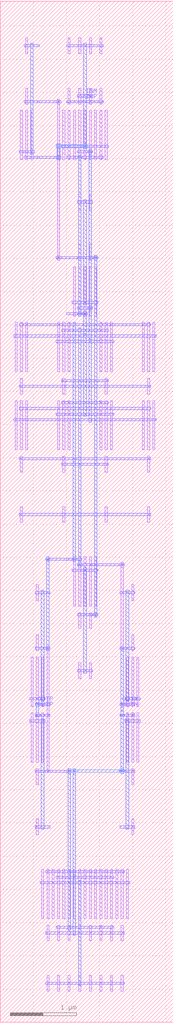
<source format=lef>
MACRO COMP_GM_STAGE_0415
  ORIGIN 0 0 ;
  FOREIGN COMP_GM_STAGE_0415 0 0 ;
  SIZE 2.612 BY 15.372 ;
  PIN OUTP
    DIRECTION INOUT ;
    USE SIGNAL ;
    PORT 
      LAYER M2 ;
        RECT 0.524 4.604 0.756 4.636 ;
      LAYER M2 ;
        RECT 0.524 4.772 0.756 4.804 ;
      LAYER M2 ;
        RECT 0.524 4.604 0.596 4.636 ;
      LAYER M3 ;
        RECT 0.54 4.599 0.58 4.809 ;
      LAYER M2 ;
        RECT 0.524 4.772 0.596 4.804 ;
    END
  END OUTP
  PIN OUTM
    DIRECTION INOUT ;
    USE SIGNAL ;
    PORT 
      LAYER M2 ;
        RECT 1.804 4.604 2.036 4.636 ;
      LAYER M2 ;
        RECT 1.804 4.772 2.036 4.804 ;
      LAYER M2 ;
        RECT 1.804 4.604 1.876 4.636 ;
      LAYER M1 ;
        RECT 1.824 4.614 1.856 4.794 ;
      LAYER M2 ;
        RECT 1.804 4.772 1.876 4.804 ;
    END
  END OUTM
  PIN INP
    DIRECTION INOUT ;
    USE SIGNAL ;
    PORT 
      LAYER M2 ;
        RECT 1.004 13.844 1.556 13.876 ;
    END
  END INP
  PIN INM
    DIRECTION INOUT ;
    USE SIGNAL ;
    PORT 
      LAYER M2 ;
        RECT 1.164 13.928 1.396 13.96 ;
    END
  END INM
  OBS 
  LAYER M3 ;
        RECT 1.02 1.392 1.06 2.304 ;
  LAYER M2 ;
        RECT 0.524 3.764 0.756 3.796 ;
  LAYER M2 ;
        RECT 0.524 5.612 0.756 5.644 ;
  LAYER M2 ;
        RECT 0.684 3.764 0.756 3.796 ;
  LAYER M1 ;
        RECT 0.704 3.78 0.736 5.628 ;
  LAYER M2 ;
        RECT 0.684 5.612 0.756 5.644 ;
  LAYER M2 ;
        RECT 1.004 6.956 1.236 6.988 ;
  LAYER M3 ;
        RECT 1.1 8.448 1.14 10.536 ;
  LAYER M3 ;
        RECT 1.02 2.268 1.06 3.78 ;
  LAYER M2 ;
        RECT 0.72 3.764 1.04 3.796 ;
  LAYER M2 ;
        RECT 0.684 5.612 0.756 5.644 ;
  LAYER M3 ;
        RECT 0.7 5.628 0.74 6.972 ;
  LAYER M2 ;
        RECT 0.72 6.956 1.04 6.988 ;
  LAYER M2 ;
        RECT 1.084 6.956 1.156 6.988 ;
  LAYER M3 ;
        RECT 1.1 6.972 1.14 8.484 ;
  LAYER M2 ;
        RECT 1.004 3.764 1.076 3.796 ;
  LAYER M3 ;
        RECT 1.02 3.744 1.06 3.816 ;
  LAYER M2 ;
        RECT 1.004 3.764 1.076 3.796 ;
  LAYER M3 ;
        RECT 1.02 3.744 1.06 3.816 ;
  LAYER M2 ;
        RECT 0.684 5.612 0.756 5.644 ;
  LAYER M3 ;
        RECT 0.7 5.592 0.74 5.664 ;
  LAYER M2 ;
        RECT 0.684 6.956 0.756 6.988 ;
  LAYER M3 ;
        RECT 0.7 6.936 0.74 7.008 ;
  LAYER M2 ;
        RECT 1.004 3.764 1.076 3.796 ;
  LAYER M3 ;
        RECT 1.02 3.744 1.06 3.816 ;
  LAYER M2 ;
        RECT 0.684 5.612 0.756 5.644 ;
  LAYER M3 ;
        RECT 0.7 5.592 0.74 5.664 ;
  LAYER M2 ;
        RECT 0.684 6.956 0.756 6.988 ;
  LAYER M3 ;
        RECT 0.7 6.936 0.74 7.008 ;
  LAYER M2 ;
        RECT 1.004 3.764 1.076 3.796 ;
  LAYER M3 ;
        RECT 1.02 3.744 1.06 3.816 ;
  LAYER M2 ;
        RECT 0.684 5.612 0.756 5.644 ;
  LAYER M3 ;
        RECT 0.7 5.592 0.74 5.664 ;
  LAYER M2 ;
        RECT 0.684 6.956 0.756 6.988 ;
  LAYER M3 ;
        RECT 0.7 6.936 0.74 7.008 ;
  LAYER M2 ;
        RECT 1.004 3.764 1.076 3.796 ;
  LAYER M3 ;
        RECT 1.02 3.744 1.06 3.816 ;
  LAYER M2 ;
        RECT 1.084 6.956 1.156 6.988 ;
  LAYER M3 ;
        RECT 1.1 6.936 1.14 7.008 ;
  LAYER M2 ;
        RECT 0.684 5.612 0.756 5.644 ;
  LAYER M3 ;
        RECT 0.7 5.592 0.74 5.664 ;
  LAYER M2 ;
        RECT 0.684 6.956 0.756 6.988 ;
  LAYER M3 ;
        RECT 0.7 6.936 0.74 7.008 ;
  LAYER M2 ;
        RECT 1.004 3.764 1.076 3.796 ;
  LAYER M3 ;
        RECT 1.02 3.744 1.06 3.816 ;
  LAYER M2 ;
        RECT 1.084 6.956 1.156 6.988 ;
  LAYER M3 ;
        RECT 1.1 6.936 1.14 7.008 ;
  LAYER M3 ;
        RECT 1.1 1.308 1.14 2.22 ;
  LAYER M2 ;
        RECT 1.804 3.764 2.036 3.796 ;
  LAYER M2 ;
        RECT 1.804 5.612 2.036 5.644 ;
  LAYER M2 ;
        RECT 1.804 3.764 1.876 3.796 ;
  LAYER M3 ;
        RECT 1.82 3.78 1.86 5.628 ;
  LAYER M2 ;
        RECT 1.804 5.612 1.876 5.644 ;
  LAYER M2 ;
        RECT 1.164 6.872 1.396 6.904 ;
  LAYER M3 ;
        RECT 1.18 8.364 1.22 10.452 ;
  LAYER M3 ;
        RECT 1.1 2.184 1.14 3.78 ;
  LAYER M4 ;
        RECT 1.12 3.76 1.84 3.8 ;
  LAYER M3 ;
        RECT 1.82 3.74 1.86 3.82 ;
  LAYER M2 ;
        RECT 1.804 5.612 1.876 5.644 ;
  LAYER M1 ;
        RECT 1.824 5.628 1.856 6.888 ;
  LAYER M2 ;
        RECT 1.36 6.872 1.84 6.904 ;
  LAYER M2 ;
        RECT 1.164 6.872 1.236 6.904 ;
  LAYER M3 ;
        RECT 1.18 6.888 1.22 8.4 ;
  LAYER M3 ;
        RECT 1.1 3.74 1.14 3.82 ;
  LAYER M4 ;
        RECT 1.08 3.76 1.16 3.8 ;
  LAYER M3 ;
        RECT 1.82 3.74 1.86 3.82 ;
  LAYER M4 ;
        RECT 1.8 3.76 1.88 3.8 ;
  LAYER M3 ;
        RECT 1.1 3.74 1.14 3.82 ;
  LAYER M4 ;
        RECT 1.08 3.76 1.16 3.8 ;
  LAYER M3 ;
        RECT 1.82 3.74 1.86 3.82 ;
  LAYER M4 ;
        RECT 1.8 3.76 1.88 3.8 ;
  LAYER M1 ;
        RECT 1.824 5.592 1.856 5.664 ;
  LAYER M2 ;
        RECT 1.804 5.612 1.876 5.644 ;
  LAYER M1 ;
        RECT 1.824 6.852 1.856 6.924 ;
  LAYER M2 ;
        RECT 1.804 6.872 1.876 6.904 ;
  LAYER M3 ;
        RECT 1.1 3.74 1.14 3.82 ;
  LAYER M4 ;
        RECT 1.08 3.76 1.16 3.8 ;
  LAYER M3 ;
        RECT 1.82 3.74 1.86 3.82 ;
  LAYER M4 ;
        RECT 1.8 3.76 1.88 3.8 ;
  LAYER M1 ;
        RECT 1.824 5.592 1.856 5.664 ;
  LAYER M2 ;
        RECT 1.804 5.612 1.876 5.644 ;
  LAYER M1 ;
        RECT 1.824 6.852 1.856 6.924 ;
  LAYER M2 ;
        RECT 1.804 6.872 1.876 6.904 ;
  LAYER M3 ;
        RECT 1.1 3.74 1.14 3.82 ;
  LAYER M4 ;
        RECT 1.08 3.76 1.16 3.8 ;
  LAYER M3 ;
        RECT 1.82 3.74 1.86 3.82 ;
  LAYER M4 ;
        RECT 1.8 3.76 1.88 3.8 ;
  LAYER M1 ;
        RECT 1.824 5.592 1.856 5.664 ;
  LAYER M2 ;
        RECT 1.804 5.612 1.876 5.644 ;
  LAYER M1 ;
        RECT 1.824 6.852 1.856 6.924 ;
  LAYER M2 ;
        RECT 1.804 6.872 1.876 6.904 ;
  LAYER M2 ;
        RECT 1.164 6.872 1.236 6.904 ;
  LAYER M3 ;
        RECT 1.18 6.852 1.22 6.924 ;
  LAYER M3 ;
        RECT 1.1 3.74 1.14 3.82 ;
  LAYER M4 ;
        RECT 1.08 3.76 1.16 3.8 ;
  LAYER M3 ;
        RECT 1.82 3.74 1.86 3.82 ;
  LAYER M4 ;
        RECT 1.8 3.76 1.88 3.8 ;
  LAYER M1 ;
        RECT 1.824 5.592 1.856 5.664 ;
  LAYER M2 ;
        RECT 1.804 5.612 1.876 5.644 ;
  LAYER M1 ;
        RECT 1.824 6.852 1.856 6.924 ;
  LAYER M2 ;
        RECT 1.804 6.872 1.876 6.904 ;
  LAYER M2 ;
        RECT 1.164 6.872 1.236 6.904 ;
  LAYER M3 ;
        RECT 1.18 6.852 1.22 6.924 ;
  LAYER M3 ;
        RECT 1.1 3.74 1.14 3.82 ;
  LAYER M4 ;
        RECT 1.08 3.76 1.16 3.8 ;
  LAYER M3 ;
        RECT 1.82 3.74 1.86 3.82 ;
  LAYER M4 ;
        RECT 1.8 3.76 1.88 3.8 ;
  LAYER M2 ;
        RECT 1.164 6.116 1.396 6.148 ;
  LAYER M2 ;
        RECT 1.164 11.492 1.396 11.524 ;
  LAYER M2 ;
        RECT 0.364 13.844 0.596 13.876 ;
  LAYER M2 ;
        RECT 1.36 6.116 1.44 6.148 ;
  LAYER M3 ;
        RECT 1.42 6.132 1.46 11.508 ;
  LAYER M2 ;
        RECT 1.36 11.492 1.44 11.524 ;
  LAYER M2 ;
        RECT 0.88 11.492 1.2 11.524 ;
  LAYER M1 ;
        RECT 0.864 11.508 0.896 13.86 ;
  LAYER M2 ;
        RECT 0.56 13.844 0.88 13.876 ;
  LAYER M2 ;
        RECT 1.404 6.116 1.476 6.148 ;
  LAYER M3 ;
        RECT 1.42 6.096 1.46 6.168 ;
  LAYER M2 ;
        RECT 1.404 11.492 1.476 11.524 ;
  LAYER M3 ;
        RECT 1.42 11.472 1.46 11.544 ;
  LAYER M2 ;
        RECT 1.404 6.116 1.476 6.148 ;
  LAYER M3 ;
        RECT 1.42 6.096 1.46 6.168 ;
  LAYER M2 ;
        RECT 1.404 11.492 1.476 11.524 ;
  LAYER M3 ;
        RECT 1.42 11.472 1.46 11.544 ;
  LAYER M1 ;
        RECT 0.864 11.472 0.896 11.544 ;
  LAYER M2 ;
        RECT 0.844 11.492 0.916 11.524 ;
  LAYER M1 ;
        RECT 0.864 13.824 0.896 13.896 ;
  LAYER M2 ;
        RECT 0.844 13.844 0.916 13.876 ;
  LAYER M2 ;
        RECT 1.404 6.116 1.476 6.148 ;
  LAYER M3 ;
        RECT 1.42 6.096 1.46 6.168 ;
  LAYER M2 ;
        RECT 1.404 11.492 1.476 11.524 ;
  LAYER M3 ;
        RECT 1.42 11.472 1.46 11.544 ;
  LAYER M1 ;
        RECT 0.864 11.472 0.896 11.544 ;
  LAYER M2 ;
        RECT 0.844 11.492 0.916 11.524 ;
  LAYER M1 ;
        RECT 0.864 13.824 0.896 13.896 ;
  LAYER M2 ;
        RECT 0.844 13.844 0.916 13.876 ;
  LAYER M2 ;
        RECT 1.404 6.116 1.476 6.148 ;
  LAYER M3 ;
        RECT 1.42 6.096 1.46 6.168 ;
  LAYER M2 ;
        RECT 1.404 11.492 1.476 11.524 ;
  LAYER M3 ;
        RECT 1.42 11.472 1.46 11.544 ;
  LAYER M2 ;
        RECT 1.004 10.652 1.236 10.684 ;
  LAYER M2 ;
        RECT 1.004 13.004 1.556 13.036 ;
  LAYER M3 ;
        RECT 1.26 9.12 1.3 10.368 ;
  LAYER M2 ;
        RECT 1.164 10.652 1.236 10.684 ;
  LAYER M3 ;
        RECT 1.18 10.668 1.22 13.02 ;
  LAYER M2 ;
        RECT 1.164 13.004 1.236 13.036 ;
  LAYER M2 ;
        RECT 1.2 10.652 1.28 10.684 ;
  LAYER M3 ;
        RECT 1.26 10.332 1.3 10.668 ;
  LAYER M2 ;
        RECT 1.164 10.652 1.236 10.684 ;
  LAYER M3 ;
        RECT 1.18 10.632 1.22 10.704 ;
  LAYER M2 ;
        RECT 1.164 13.004 1.236 13.036 ;
  LAYER M3 ;
        RECT 1.18 12.984 1.22 13.056 ;
  LAYER M2 ;
        RECT 1.164 10.652 1.236 10.684 ;
  LAYER M3 ;
        RECT 1.18 10.632 1.22 10.704 ;
  LAYER M2 ;
        RECT 1.164 13.004 1.236 13.036 ;
  LAYER M3 ;
        RECT 1.18 12.984 1.22 13.056 ;
  LAYER M2 ;
        RECT 1.164 10.652 1.236 10.684 ;
  LAYER M3 ;
        RECT 1.18 10.632 1.22 10.704 ;
  LAYER M2 ;
        RECT 1.164 13.004 1.236 13.036 ;
  LAYER M3 ;
        RECT 1.18 12.984 1.22 13.056 ;
  LAYER M2 ;
        RECT 1.244 10.652 1.316 10.684 ;
  LAYER M3 ;
        RECT 1.26 10.632 1.3 10.704 ;
  LAYER M2 ;
        RECT 1.164 10.652 1.236 10.684 ;
  LAYER M3 ;
        RECT 1.18 10.632 1.22 10.704 ;
  LAYER M2 ;
        RECT 1.164 13.004 1.236 13.036 ;
  LAYER M3 ;
        RECT 1.18 12.984 1.22 13.056 ;
  LAYER M2 ;
        RECT 1.244 10.652 1.316 10.684 ;
  LAYER M3 ;
        RECT 1.26 10.632 1.3 10.704 ;
  LAYER M2 ;
        RECT 1.164 10.736 1.396 10.768 ;
  LAYER M2 ;
        RECT 1.164 13.088 1.396 13.12 ;
  LAYER M3 ;
        RECT 1.34 9.036 1.38 10.284 ;
  LAYER M2 ;
        RECT 1.324 10.736 1.396 10.768 ;
  LAYER M3 ;
        RECT 1.34 10.752 1.38 13.104 ;
  LAYER M2 ;
        RECT 1.324 13.088 1.396 13.12 ;
  LAYER M3 ;
        RECT 1.34 10.248 1.38 10.752 ;
  LAYER M2 ;
        RECT 1.324 10.736 1.396 10.768 ;
  LAYER M3 ;
        RECT 1.34 10.716 1.38 10.788 ;
  LAYER M2 ;
        RECT 1.324 13.088 1.396 13.12 ;
  LAYER M3 ;
        RECT 1.34 13.068 1.38 13.14 ;
  LAYER M2 ;
        RECT 1.324 10.736 1.396 10.768 ;
  LAYER M3 ;
        RECT 1.34 10.716 1.38 10.788 ;
  LAYER M2 ;
        RECT 1.324 13.088 1.396 13.12 ;
  LAYER M3 ;
        RECT 1.34 13.068 1.38 13.14 ;
  LAYER M2 ;
        RECT 1.324 10.736 1.396 10.768 ;
  LAYER M3 ;
        RECT 1.34 10.716 1.38 10.788 ;
  LAYER M2 ;
        RECT 1.324 13.088 1.396 13.12 ;
  LAYER M3 ;
        RECT 1.34 13.068 1.38 13.14 ;
  LAYER M2 ;
        RECT 1.324 10.736 1.396 10.768 ;
  LAYER M3 ;
        RECT 1.34 10.716 1.38 10.788 ;
  LAYER M2 ;
        RECT 1.324 13.088 1.396 13.12 ;
  LAYER M3 ;
        RECT 1.34 13.068 1.38 13.14 ;
  LAYER M3 ;
        RECT 1.26 13.152 1.3 14.736 ;
  LAYER M2 ;
        RECT 0.364 13.004 0.596 13.036 ;
  LAYER M3 ;
        RECT 1.26 13.148 1.3 13.228 ;
  LAYER M4 ;
        RECT 0.88 13.168 1.28 13.208 ;
  LAYER M3 ;
        RECT 0.86 12.999 0.9 13.209 ;
  LAYER M2 ;
        RECT 0.56 13.004 0.88 13.036 ;
  LAYER M2 ;
        RECT 0.844 13.004 0.916 13.036 ;
  LAYER M3 ;
        RECT 0.86 12.984 0.9 13.056 ;
  LAYER M3 ;
        RECT 0.86 13.148 0.9 13.228 ;
  LAYER M4 ;
        RECT 0.84 13.168 0.92 13.208 ;
  LAYER M3 ;
        RECT 1.26 13.148 1.3 13.228 ;
  LAYER M4 ;
        RECT 1.24 13.168 1.32 13.208 ;
  LAYER M3 ;
        RECT 1.26 13.148 1.3 13.228 ;
  LAYER M4 ;
        RECT 1.24 13.168 1.32 13.208 ;
  LAYER M1 ;
        RECT 0.704 1.56 0.736 2.304 ;
  LAYER M1 ;
        RECT 0.704 1.224 0.736 1.464 ;
  LAYER M1 ;
        RECT 0.704 0.468 0.736 0.708 ;
  LAYER M1 ;
        RECT 0.624 1.56 0.656 2.304 ;
  LAYER M1 ;
        RECT 0.784 1.56 0.816 2.304 ;
  LAYER M1 ;
        RECT 0.864 1.56 0.896 2.304 ;
  LAYER M1 ;
        RECT 0.864 1.224 0.896 1.464 ;
  LAYER M1 ;
        RECT 0.864 0.468 0.896 0.708 ;
  LAYER M1 ;
        RECT 0.944 1.56 0.976 2.304 ;
  LAYER M1 ;
        RECT 1.024 1.56 1.056 2.304 ;
  LAYER M1 ;
        RECT 1.024 1.224 1.056 1.464 ;
  LAYER M1 ;
        RECT 1.024 0.468 1.056 0.708 ;
  LAYER M1 ;
        RECT 1.104 1.56 1.136 2.304 ;
  LAYER M1 ;
        RECT 1.184 1.56 1.216 2.304 ;
  LAYER M1 ;
        RECT 1.184 1.224 1.216 1.464 ;
  LAYER M1 ;
        RECT 1.184 0.468 1.216 0.708 ;
  LAYER M1 ;
        RECT 1.264 1.56 1.296 2.304 ;
  LAYER M1 ;
        RECT 1.344 1.56 1.376 2.304 ;
  LAYER M1 ;
        RECT 1.344 1.224 1.376 1.464 ;
  LAYER M1 ;
        RECT 1.344 0.468 1.376 0.708 ;
  LAYER M1 ;
        RECT 1.424 1.56 1.456 2.304 ;
  LAYER M1 ;
        RECT 1.504 1.56 1.536 2.304 ;
  LAYER M1 ;
        RECT 1.504 1.224 1.536 1.464 ;
  LAYER M1 ;
        RECT 1.504 0.468 1.536 0.708 ;
  LAYER M1 ;
        RECT 1.584 1.56 1.616 2.304 ;
  LAYER M1 ;
        RECT 1.664 1.56 1.696 2.304 ;
  LAYER M1 ;
        RECT 1.664 1.224 1.696 1.464 ;
  LAYER M1 ;
        RECT 1.664 0.468 1.696 0.708 ;
  LAYER M1 ;
        RECT 1.744 1.56 1.776 2.304 ;
  LAYER M1 ;
        RECT 1.824 1.56 1.856 2.304 ;
  LAYER M1 ;
        RECT 1.824 1.224 1.856 1.464 ;
  LAYER M1 ;
        RECT 1.824 0.468 1.856 0.708 ;
  LAYER M1 ;
        RECT 1.904 1.56 1.936 2.304 ;
  LAYER M2 ;
        RECT 0.844 1.412 1.716 1.444 ;
  LAYER M2 ;
        RECT 0.684 2.252 1.876 2.284 ;
  LAYER M2 ;
        RECT 0.684 1.328 1.876 1.36 ;
  LAYER M2 ;
        RECT 0.844 2.168 1.716 2.2 ;
  LAYER M2 ;
        RECT 0.684 0.572 1.876 0.604 ;
  LAYER M2 ;
        RECT 0.604 2.084 1.956 2.116 ;
  LAYER M3 ;
        RECT 1.02 1.392 1.06 2.304 ;
  LAYER M3 ;
        RECT 1.1 1.308 1.14 2.22 ;
  LAYER M3 ;
        RECT 1.18 0.552 1.22 2.136 ;
  LAYER M1 ;
        RECT 0.544 3.912 0.576 4.656 ;
  LAYER M1 ;
        RECT 0.544 3.576 0.576 3.816 ;
  LAYER M1 ;
        RECT 0.544 2.82 0.576 3.06 ;
  LAYER M1 ;
        RECT 0.624 3.912 0.656 4.656 ;
  LAYER M1 ;
        RECT 0.464 3.912 0.496 4.656 ;
  LAYER M2 ;
        RECT 0.524 2.924 0.756 2.956 ;
  LAYER M2 ;
        RECT 0.444 4.52 0.676 4.552 ;
  LAYER M2 ;
        RECT 0.524 4.604 0.756 4.636 ;
  LAYER M2 ;
        RECT 0.524 3.764 0.756 3.796 ;
  LAYER M3 ;
        RECT 0.62 2.904 0.66 4.572 ;
  LAYER M1 ;
        RECT 0.544 4.752 0.576 5.496 ;
  LAYER M1 ;
        RECT 0.544 5.592 0.576 5.832 ;
  LAYER M1 ;
        RECT 0.544 6.348 0.576 6.588 ;
  LAYER M1 ;
        RECT 0.624 4.752 0.656 5.496 ;
  LAYER M1 ;
        RECT 0.464 4.752 0.496 5.496 ;
  LAYER M2 ;
        RECT 0.524 6.452 0.756 6.484 ;
  LAYER M2 ;
        RECT 0.444 4.856 0.676 4.888 ;
  LAYER M2 ;
        RECT 0.524 4.772 0.756 4.804 ;
  LAYER M2 ;
        RECT 0.524 5.612 0.756 5.644 ;
  LAYER M3 ;
        RECT 0.62 4.836 0.66 6.504 ;
  LAYER M1 ;
        RECT 1.984 3.912 2.016 4.656 ;
  LAYER M1 ;
        RECT 1.984 3.576 2.016 3.816 ;
  LAYER M1 ;
        RECT 1.984 2.82 2.016 3.06 ;
  LAYER M1 ;
        RECT 1.904 3.912 1.936 4.656 ;
  LAYER M1 ;
        RECT 2.064 3.912 2.096 4.656 ;
  LAYER M2 ;
        RECT 1.804 2.924 2.036 2.956 ;
  LAYER M2 ;
        RECT 1.884 4.52 2.116 4.552 ;
  LAYER M2 ;
        RECT 1.804 4.604 2.036 4.636 ;
  LAYER M2 ;
        RECT 1.804 3.764 2.036 3.796 ;
  LAYER M3 ;
        RECT 1.9 2.904 1.94 4.572 ;
  LAYER M1 ;
        RECT 1.984 4.752 2.016 5.496 ;
  LAYER M1 ;
        RECT 1.984 5.592 2.016 5.832 ;
  LAYER M1 ;
        RECT 1.984 6.348 2.016 6.588 ;
  LAYER M1 ;
        RECT 1.904 4.752 1.936 5.496 ;
  LAYER M1 ;
        RECT 2.064 4.752 2.096 5.496 ;
  LAYER M2 ;
        RECT 1.804 6.452 2.036 6.484 ;
  LAYER M2 ;
        RECT 1.884 4.856 2.116 4.888 ;
  LAYER M2 ;
        RECT 1.804 4.772 2.036 4.804 ;
  LAYER M2 ;
        RECT 1.804 5.612 2.036 5.644 ;
  LAYER M3 ;
        RECT 1.9 4.836 1.94 6.504 ;
  LAYER M1 ;
        RECT 1.184 6.264 1.216 7.008 ;
  LAYER M1 ;
        RECT 1.184 5.928 1.216 6.168 ;
  LAYER M1 ;
        RECT 1.184 5.172 1.216 5.412 ;
  LAYER M1 ;
        RECT 1.104 6.264 1.136 7.008 ;
  LAYER M1 ;
        RECT 1.264 6.264 1.296 7.008 ;
  LAYER M1 ;
        RECT 1.344 6.264 1.376 7.008 ;
  LAYER M1 ;
        RECT 1.344 5.928 1.376 6.168 ;
  LAYER M1 ;
        RECT 1.344 5.172 1.376 5.412 ;
  LAYER M1 ;
        RECT 1.424 6.264 1.456 7.008 ;
  LAYER M2 ;
        RECT 1.164 5.276 1.396 5.308 ;
  LAYER M2 ;
        RECT 1.084 6.788 1.476 6.82 ;
  LAYER M2 ;
        RECT 1.004 6.956 1.236 6.988 ;
  LAYER M2 ;
        RECT 1.164 6.872 1.396 6.904 ;
  LAYER M2 ;
        RECT 1.164 6.116 1.396 6.148 ;
  LAYER M3 ;
        RECT 1.26 5.256 1.3 6.84 ;
  LAYER M1 ;
        RECT 1.184 10.632 1.216 11.376 ;
  LAYER M1 ;
        RECT 1.184 11.472 1.216 11.712 ;
  LAYER M1 ;
        RECT 1.184 12.228 1.216 12.468 ;
  LAYER M1 ;
        RECT 1.104 10.632 1.136 11.376 ;
  LAYER M1 ;
        RECT 1.264 10.632 1.296 11.376 ;
  LAYER M1 ;
        RECT 1.344 10.632 1.376 11.376 ;
  LAYER M1 ;
        RECT 1.344 11.472 1.376 11.712 ;
  LAYER M1 ;
        RECT 1.344 12.228 1.376 12.468 ;
  LAYER M1 ;
        RECT 1.424 10.632 1.456 11.376 ;
  LAYER M2 ;
        RECT 1.164 12.332 1.396 12.364 ;
  LAYER M2 ;
        RECT 1.084 10.82 1.476 10.852 ;
  LAYER M2 ;
        RECT 1.004 10.652 1.236 10.684 ;
  LAYER M2 ;
        RECT 1.164 10.736 1.396 10.768 ;
  LAYER M2 ;
        RECT 1.164 11.492 1.396 11.524 ;
  LAYER M3 ;
        RECT 1.26 10.8 1.3 12.384 ;
  LAYER M1 ;
        RECT 1.024 12.984 1.056 13.728 ;
  LAYER M1 ;
        RECT 1.024 13.824 1.056 14.064 ;
  LAYER M1 ;
        RECT 1.024 14.58 1.056 14.82 ;
  LAYER M1 ;
        RECT 0.944 12.984 0.976 13.728 ;
  LAYER M1 ;
        RECT 1.104 12.984 1.136 13.728 ;
  LAYER M1 ;
        RECT 1.184 12.984 1.216 13.728 ;
  LAYER M1 ;
        RECT 1.184 13.824 1.216 14.064 ;
  LAYER M1 ;
        RECT 1.184 14.58 1.216 14.82 ;
  LAYER M1 ;
        RECT 1.264 12.984 1.296 13.728 ;
  LAYER M1 ;
        RECT 1.344 12.984 1.376 13.728 ;
  LAYER M1 ;
        RECT 1.344 13.824 1.376 14.064 ;
  LAYER M1 ;
        RECT 1.344 14.58 1.376 14.82 ;
  LAYER M1 ;
        RECT 1.424 12.984 1.456 13.728 ;
  LAYER M1 ;
        RECT 1.504 12.984 1.536 13.728 ;
  LAYER M1 ;
        RECT 1.504 13.824 1.536 14.064 ;
  LAYER M1 ;
        RECT 1.504 14.58 1.536 14.82 ;
  LAYER M1 ;
        RECT 1.584 12.984 1.616 13.728 ;
  LAYER M2 ;
        RECT 1.004 14.684 1.556 14.716 ;
  LAYER M2 ;
        RECT 0.924 13.172 1.636 13.204 ;
  LAYER M2 ;
        RECT 1.004 13.004 1.556 13.036 ;
  LAYER M2 ;
        RECT 1.164 13.088 1.396 13.12 ;
  LAYER M2 ;
        RECT 1.004 13.844 1.556 13.876 ;
  LAYER M2 ;
        RECT 1.164 13.928 1.396 13.96 ;
  LAYER M3 ;
        RECT 1.26 13.152 1.3 14.736 ;
  LAYER M1 ;
        RECT 0.304 9.792 0.336 10.536 ;
  LAYER M1 ;
        RECT 0.304 9.456 0.336 9.696 ;
  LAYER M1 ;
        RECT 0.304 8.616 0.336 9.36 ;
  LAYER M1 ;
        RECT 0.304 8.28 0.336 8.52 ;
  LAYER M1 ;
        RECT 0.304 7.524 0.336 7.764 ;
  LAYER M1 ;
        RECT 0.224 9.792 0.256 10.536 ;
  LAYER M1 ;
        RECT 0.224 8.616 0.256 9.36 ;
  LAYER M1 ;
        RECT 0.384 9.792 0.416 10.536 ;
  LAYER M1 ;
        RECT 0.384 8.616 0.416 9.36 ;
  LAYER M1 ;
        RECT 0.944 9.792 0.976 10.536 ;
  LAYER M1 ;
        RECT 0.944 9.456 0.976 9.696 ;
  LAYER M1 ;
        RECT 0.944 8.616 0.976 9.36 ;
  LAYER M1 ;
        RECT 0.944 8.28 0.976 8.52 ;
  LAYER M1 ;
        RECT 0.944 7.524 0.976 7.764 ;
  LAYER M1 ;
        RECT 0.864 9.792 0.896 10.536 ;
  LAYER M1 ;
        RECT 0.864 8.616 0.896 9.36 ;
  LAYER M1 ;
        RECT 1.024 9.792 1.056 10.536 ;
  LAYER M1 ;
        RECT 1.024 8.616 1.056 9.36 ;
  LAYER M1 ;
        RECT 1.584 9.792 1.616 10.536 ;
  LAYER M1 ;
        RECT 1.584 9.456 1.616 9.696 ;
  LAYER M1 ;
        RECT 1.584 8.616 1.616 9.36 ;
  LAYER M1 ;
        RECT 1.584 8.28 1.616 8.52 ;
  LAYER M1 ;
        RECT 1.584 7.524 1.616 7.764 ;
  LAYER M1 ;
        RECT 1.504 9.792 1.536 10.536 ;
  LAYER M1 ;
        RECT 1.504 8.616 1.536 9.36 ;
  LAYER M1 ;
        RECT 1.664 9.792 1.696 10.536 ;
  LAYER M1 ;
        RECT 1.664 8.616 1.696 9.36 ;
  LAYER M1 ;
        RECT 2.224 9.792 2.256 10.536 ;
  LAYER M1 ;
        RECT 2.224 9.456 2.256 9.696 ;
  LAYER M1 ;
        RECT 2.224 8.616 2.256 9.36 ;
  LAYER M1 ;
        RECT 2.224 8.28 2.256 8.52 ;
  LAYER M1 ;
        RECT 2.224 7.524 2.256 7.764 ;
  LAYER M1 ;
        RECT 2.144 9.792 2.176 10.536 ;
  LAYER M1 ;
        RECT 2.144 8.616 2.176 9.36 ;
  LAYER M1 ;
        RECT 2.304 9.792 2.336 10.536 ;
  LAYER M1 ;
        RECT 2.304 8.616 2.336 9.36 ;
  LAYER M2 ;
        RECT 0.924 9.644 1.636 9.676 ;
  LAYER M2 ;
        RECT 0.284 10.484 2.276 10.516 ;
  LAYER M2 ;
        RECT 0.284 9.56 2.276 9.592 ;
  LAYER M2 ;
        RECT 0.924 10.4 1.636 10.432 ;
  LAYER M2 ;
        RECT 0.204 10.316 2.356 10.348 ;
  LAYER M2 ;
        RECT 0.844 10.232 1.716 10.264 ;
  LAYER M2 ;
        RECT 0.284 8.468 2.276 8.5 ;
  LAYER M2 ;
        RECT 0.924 9.308 1.636 9.34 ;
  LAYER M2 ;
        RECT 0.924 8.384 1.636 8.416 ;
  LAYER M2 ;
        RECT 0.284 9.224 2.276 9.256 ;
  LAYER M2 ;
        RECT 0.844 9.14 1.716 9.172 ;
  LAYER M2 ;
        RECT 0.204 9.056 2.356 9.088 ;
  LAYER M2 ;
        RECT 0.284 7.628 2.276 7.66 ;
  LAYER M3 ;
        RECT 1.1 8.448 1.14 10.536 ;
  LAYER M3 ;
        RECT 1.18 8.364 1.22 10.452 ;
  LAYER M3 ;
        RECT 1.26 9.12 1.3 10.368 ;
  LAYER M3 ;
        RECT 1.34 9.036 1.38 10.284 ;
  LAYER M1 ;
        RECT 0.384 12.984 0.416 13.728 ;
  LAYER M1 ;
        RECT 0.384 13.824 0.416 14.064 ;
  LAYER M1 ;
        RECT 0.384 14.58 0.416 14.82 ;
  LAYER M1 ;
        RECT 0.464 12.984 0.496 13.728 ;
  LAYER M1 ;
        RECT 0.304 12.984 0.336 13.728 ;
  LAYER M2 ;
        RECT 0.364 14.684 0.596 14.716 ;
  LAYER M2 ;
        RECT 0.284 13.088 0.516 13.12 ;
  LAYER M2 ;
        RECT 0.364 13.004 0.596 13.036 ;
  LAYER M2 ;
        RECT 0.364 13.844 0.596 13.876 ;
  LAYER M3 ;
        RECT 0.46 13.068 0.5 14.736 ;
  END 
END COMP_GM_STAGE_0415

</source>
